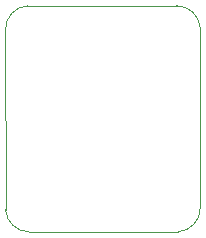
<source format=gbr>
%TF.GenerationSoftware,KiCad,Pcbnew,(6.0.2-0)*%
%TF.CreationDate,2022-03-21T14:05:32-04:00*%
%TF.ProjectId,Woodstock,576f6f64-7374-46f6-936b-2e6b69636164,v03*%
%TF.SameCoordinates,Original*%
%TF.FileFunction,Profile,NP*%
%FSLAX46Y46*%
G04 Gerber Fmt 4.6, Leading zero omitted, Abs format (unit mm)*
G04 Created by KiCad (PCBNEW (6.0.2-0)) date 2022-03-21 14:05:32*
%MOMM*%
%LPD*%
G01*
G04 APERTURE LIST*
%TA.AperFunction,Profile*%
%ADD10C,0.100000*%
%TD*%
G04 APERTURE END LIST*
D10*
X142900960Y-104575660D02*
X142898501Y-89295422D01*
X144882160Y-106429860D02*
X157533259Y-106426000D01*
X142900960Y-104575660D02*
G75*
G03*
X144882160Y-106429860I1981201J131350D01*
G01*
X144752701Y-87303660D02*
X157389938Y-87301761D01*
X159381700Y-89155961D02*
G75*
G03*
X157389938Y-87301761I-1991763J-142666D01*
G01*
X159387459Y-104434238D02*
X159381700Y-89155961D01*
X144752701Y-87303660D02*
G75*
G03*
X142898501Y-89295422I142666J-1991763D01*
G01*
X157533259Y-106426000D02*
G75*
G03*
X159387459Y-104434238I-142666J1991763D01*
G01*
M02*

</source>
